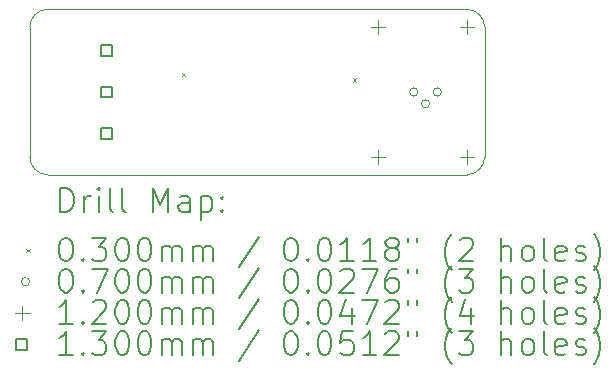
<source format=gbr>
%TF.GenerationSoftware,KiCad,Pcbnew,7.0.11-7.0.11~ubuntu22.04.1*%
%TF.CreationDate,2024-03-26T13:02:56+01:00*%
%TF.ProjectId,lasersender,6c617365-7273-4656-9e64-65722e6b6963,rev?*%
%TF.SameCoordinates,Original*%
%TF.FileFunction,Drillmap*%
%TF.FilePolarity,Positive*%
%FSLAX45Y45*%
G04 Gerber Fmt 4.5, Leading zero omitted, Abs format (unit mm)*
G04 Created by KiCad (PCBNEW 7.0.11-7.0.11~ubuntu22.04.1) date 2024-03-26 13:02:56*
%MOMM*%
%LPD*%
G01*
G04 APERTURE LIST*
%ADD10C,0.050000*%
%ADD11C,0.200000*%
%ADD12C,0.100000*%
%ADD13C,0.120000*%
%ADD14C,0.130000*%
G04 APERTURE END LIST*
D10*
X14650000Y-10050000D02*
X14650000Y-8950000D01*
X10950000Y-10200000D02*
X14500000Y-10200000D01*
X10800000Y-8950000D02*
X10800000Y-10050000D01*
X14500000Y-8800000D02*
X10950000Y-8800000D01*
X10950000Y-8800000D02*
G75*
G03*
X10800000Y-8950000I0J-150000D01*
G01*
X10800000Y-10050000D02*
G75*
G03*
X10950000Y-10200000I150000J0D01*
G01*
X14500000Y-10200000D02*
G75*
G03*
X14650000Y-10050000I0J150000D01*
G01*
X14650000Y-8950000D02*
G75*
G03*
X14500000Y-8800000I-150000J0D01*
G01*
D11*
D12*
X12085000Y-9335000D02*
X12115000Y-9365000D01*
X12115000Y-9335000D02*
X12085000Y-9365000D01*
X13535000Y-9385000D02*
X13565000Y-9415000D01*
X13565000Y-9385000D02*
X13535000Y-9415000D01*
X14085000Y-9500000D02*
G75*
G03*
X14015000Y-9500000I-35000J0D01*
G01*
X14015000Y-9500000D02*
G75*
G03*
X14085000Y-9500000I35000J0D01*
G01*
X14185000Y-9600000D02*
G75*
G03*
X14115000Y-9600000I-35000J0D01*
G01*
X14115000Y-9600000D02*
G75*
G03*
X14185000Y-9600000I35000J0D01*
G01*
X14285000Y-9500000D02*
G75*
G03*
X14215000Y-9500000I-35000J0D01*
G01*
X14215000Y-9500000D02*
G75*
G03*
X14285000Y-9500000I35000J0D01*
G01*
D13*
X13750000Y-8890000D02*
X13750000Y-9010000D01*
X13690000Y-8950000D02*
X13810000Y-8950000D01*
X13750000Y-9990000D02*
X13750000Y-10110000D01*
X13690000Y-10050000D02*
X13810000Y-10050000D01*
X14500000Y-8890000D02*
X14500000Y-9010000D01*
X14440000Y-8950000D02*
X14560000Y-8950000D01*
X14500000Y-9990000D02*
X14500000Y-10110000D01*
X14440000Y-10050000D02*
X14560000Y-10050000D01*
D14*
X11495962Y-9195962D02*
X11495962Y-9104038D01*
X11404038Y-9104038D01*
X11404038Y-9195962D01*
X11495962Y-9195962D01*
X11495962Y-9545962D02*
X11495962Y-9454038D01*
X11404038Y-9454038D01*
X11404038Y-9545962D01*
X11495962Y-9545962D01*
X11495962Y-9895962D02*
X11495962Y-9804038D01*
X11404038Y-9804038D01*
X11404038Y-9895962D01*
X11495962Y-9895962D01*
D11*
X11058277Y-10513984D02*
X11058277Y-10313984D01*
X11058277Y-10313984D02*
X11105896Y-10313984D01*
X11105896Y-10313984D02*
X11134467Y-10323508D01*
X11134467Y-10323508D02*
X11153515Y-10342555D01*
X11153515Y-10342555D02*
X11163039Y-10361603D01*
X11163039Y-10361603D02*
X11172563Y-10399698D01*
X11172563Y-10399698D02*
X11172563Y-10428270D01*
X11172563Y-10428270D02*
X11163039Y-10466365D01*
X11163039Y-10466365D02*
X11153515Y-10485412D01*
X11153515Y-10485412D02*
X11134467Y-10504460D01*
X11134467Y-10504460D02*
X11105896Y-10513984D01*
X11105896Y-10513984D02*
X11058277Y-10513984D01*
X11258277Y-10513984D02*
X11258277Y-10380650D01*
X11258277Y-10418746D02*
X11267801Y-10399698D01*
X11267801Y-10399698D02*
X11277324Y-10390174D01*
X11277324Y-10390174D02*
X11296372Y-10380650D01*
X11296372Y-10380650D02*
X11315420Y-10380650D01*
X11382086Y-10513984D02*
X11382086Y-10380650D01*
X11382086Y-10313984D02*
X11372562Y-10323508D01*
X11372562Y-10323508D02*
X11382086Y-10333031D01*
X11382086Y-10333031D02*
X11391610Y-10323508D01*
X11391610Y-10323508D02*
X11382086Y-10313984D01*
X11382086Y-10313984D02*
X11382086Y-10333031D01*
X11505896Y-10513984D02*
X11486848Y-10504460D01*
X11486848Y-10504460D02*
X11477324Y-10485412D01*
X11477324Y-10485412D02*
X11477324Y-10313984D01*
X11610658Y-10513984D02*
X11591610Y-10504460D01*
X11591610Y-10504460D02*
X11582086Y-10485412D01*
X11582086Y-10485412D02*
X11582086Y-10313984D01*
X11839229Y-10513984D02*
X11839229Y-10313984D01*
X11839229Y-10313984D02*
X11905896Y-10456841D01*
X11905896Y-10456841D02*
X11972562Y-10313984D01*
X11972562Y-10313984D02*
X11972562Y-10513984D01*
X12153515Y-10513984D02*
X12153515Y-10409222D01*
X12153515Y-10409222D02*
X12143991Y-10390174D01*
X12143991Y-10390174D02*
X12124943Y-10380650D01*
X12124943Y-10380650D02*
X12086848Y-10380650D01*
X12086848Y-10380650D02*
X12067801Y-10390174D01*
X12153515Y-10504460D02*
X12134467Y-10513984D01*
X12134467Y-10513984D02*
X12086848Y-10513984D01*
X12086848Y-10513984D02*
X12067801Y-10504460D01*
X12067801Y-10504460D02*
X12058277Y-10485412D01*
X12058277Y-10485412D02*
X12058277Y-10466365D01*
X12058277Y-10466365D02*
X12067801Y-10447317D01*
X12067801Y-10447317D02*
X12086848Y-10437793D01*
X12086848Y-10437793D02*
X12134467Y-10437793D01*
X12134467Y-10437793D02*
X12153515Y-10428270D01*
X12248753Y-10380650D02*
X12248753Y-10580650D01*
X12248753Y-10390174D02*
X12267801Y-10380650D01*
X12267801Y-10380650D02*
X12305896Y-10380650D01*
X12305896Y-10380650D02*
X12324943Y-10390174D01*
X12324943Y-10390174D02*
X12334467Y-10399698D01*
X12334467Y-10399698D02*
X12343991Y-10418746D01*
X12343991Y-10418746D02*
X12343991Y-10475889D01*
X12343991Y-10475889D02*
X12334467Y-10494936D01*
X12334467Y-10494936D02*
X12324943Y-10504460D01*
X12324943Y-10504460D02*
X12305896Y-10513984D01*
X12305896Y-10513984D02*
X12267801Y-10513984D01*
X12267801Y-10513984D02*
X12248753Y-10504460D01*
X12429705Y-10494936D02*
X12439229Y-10504460D01*
X12439229Y-10504460D02*
X12429705Y-10513984D01*
X12429705Y-10513984D02*
X12420182Y-10504460D01*
X12420182Y-10504460D02*
X12429705Y-10494936D01*
X12429705Y-10494936D02*
X12429705Y-10513984D01*
X12429705Y-10390174D02*
X12439229Y-10399698D01*
X12439229Y-10399698D02*
X12429705Y-10409222D01*
X12429705Y-10409222D02*
X12420182Y-10399698D01*
X12420182Y-10399698D02*
X12429705Y-10390174D01*
X12429705Y-10390174D02*
X12429705Y-10409222D01*
D12*
X10767500Y-10827500D02*
X10797500Y-10857500D01*
X10797500Y-10827500D02*
X10767500Y-10857500D01*
D11*
X11096372Y-10733984D02*
X11115420Y-10733984D01*
X11115420Y-10733984D02*
X11134467Y-10743508D01*
X11134467Y-10743508D02*
X11143991Y-10753031D01*
X11143991Y-10753031D02*
X11153515Y-10772079D01*
X11153515Y-10772079D02*
X11163039Y-10810174D01*
X11163039Y-10810174D02*
X11163039Y-10857793D01*
X11163039Y-10857793D02*
X11153515Y-10895889D01*
X11153515Y-10895889D02*
X11143991Y-10914936D01*
X11143991Y-10914936D02*
X11134467Y-10924460D01*
X11134467Y-10924460D02*
X11115420Y-10933984D01*
X11115420Y-10933984D02*
X11096372Y-10933984D01*
X11096372Y-10933984D02*
X11077324Y-10924460D01*
X11077324Y-10924460D02*
X11067801Y-10914936D01*
X11067801Y-10914936D02*
X11058277Y-10895889D01*
X11058277Y-10895889D02*
X11048753Y-10857793D01*
X11048753Y-10857793D02*
X11048753Y-10810174D01*
X11048753Y-10810174D02*
X11058277Y-10772079D01*
X11058277Y-10772079D02*
X11067801Y-10753031D01*
X11067801Y-10753031D02*
X11077324Y-10743508D01*
X11077324Y-10743508D02*
X11096372Y-10733984D01*
X11248753Y-10914936D02*
X11258277Y-10924460D01*
X11258277Y-10924460D02*
X11248753Y-10933984D01*
X11248753Y-10933984D02*
X11239229Y-10924460D01*
X11239229Y-10924460D02*
X11248753Y-10914936D01*
X11248753Y-10914936D02*
X11248753Y-10933984D01*
X11324943Y-10733984D02*
X11448753Y-10733984D01*
X11448753Y-10733984D02*
X11382086Y-10810174D01*
X11382086Y-10810174D02*
X11410658Y-10810174D01*
X11410658Y-10810174D02*
X11429705Y-10819698D01*
X11429705Y-10819698D02*
X11439229Y-10829222D01*
X11439229Y-10829222D02*
X11448753Y-10848270D01*
X11448753Y-10848270D02*
X11448753Y-10895889D01*
X11448753Y-10895889D02*
X11439229Y-10914936D01*
X11439229Y-10914936D02*
X11429705Y-10924460D01*
X11429705Y-10924460D02*
X11410658Y-10933984D01*
X11410658Y-10933984D02*
X11353515Y-10933984D01*
X11353515Y-10933984D02*
X11334467Y-10924460D01*
X11334467Y-10924460D02*
X11324943Y-10914936D01*
X11572562Y-10733984D02*
X11591610Y-10733984D01*
X11591610Y-10733984D02*
X11610658Y-10743508D01*
X11610658Y-10743508D02*
X11620182Y-10753031D01*
X11620182Y-10753031D02*
X11629705Y-10772079D01*
X11629705Y-10772079D02*
X11639229Y-10810174D01*
X11639229Y-10810174D02*
X11639229Y-10857793D01*
X11639229Y-10857793D02*
X11629705Y-10895889D01*
X11629705Y-10895889D02*
X11620182Y-10914936D01*
X11620182Y-10914936D02*
X11610658Y-10924460D01*
X11610658Y-10924460D02*
X11591610Y-10933984D01*
X11591610Y-10933984D02*
X11572562Y-10933984D01*
X11572562Y-10933984D02*
X11553515Y-10924460D01*
X11553515Y-10924460D02*
X11543991Y-10914936D01*
X11543991Y-10914936D02*
X11534467Y-10895889D01*
X11534467Y-10895889D02*
X11524943Y-10857793D01*
X11524943Y-10857793D02*
X11524943Y-10810174D01*
X11524943Y-10810174D02*
X11534467Y-10772079D01*
X11534467Y-10772079D02*
X11543991Y-10753031D01*
X11543991Y-10753031D02*
X11553515Y-10743508D01*
X11553515Y-10743508D02*
X11572562Y-10733984D01*
X11763039Y-10733984D02*
X11782086Y-10733984D01*
X11782086Y-10733984D02*
X11801134Y-10743508D01*
X11801134Y-10743508D02*
X11810658Y-10753031D01*
X11810658Y-10753031D02*
X11820182Y-10772079D01*
X11820182Y-10772079D02*
X11829705Y-10810174D01*
X11829705Y-10810174D02*
X11829705Y-10857793D01*
X11829705Y-10857793D02*
X11820182Y-10895889D01*
X11820182Y-10895889D02*
X11810658Y-10914936D01*
X11810658Y-10914936D02*
X11801134Y-10924460D01*
X11801134Y-10924460D02*
X11782086Y-10933984D01*
X11782086Y-10933984D02*
X11763039Y-10933984D01*
X11763039Y-10933984D02*
X11743991Y-10924460D01*
X11743991Y-10924460D02*
X11734467Y-10914936D01*
X11734467Y-10914936D02*
X11724943Y-10895889D01*
X11724943Y-10895889D02*
X11715420Y-10857793D01*
X11715420Y-10857793D02*
X11715420Y-10810174D01*
X11715420Y-10810174D02*
X11724943Y-10772079D01*
X11724943Y-10772079D02*
X11734467Y-10753031D01*
X11734467Y-10753031D02*
X11743991Y-10743508D01*
X11743991Y-10743508D02*
X11763039Y-10733984D01*
X11915420Y-10933984D02*
X11915420Y-10800650D01*
X11915420Y-10819698D02*
X11924943Y-10810174D01*
X11924943Y-10810174D02*
X11943991Y-10800650D01*
X11943991Y-10800650D02*
X11972563Y-10800650D01*
X11972563Y-10800650D02*
X11991610Y-10810174D01*
X11991610Y-10810174D02*
X12001134Y-10829222D01*
X12001134Y-10829222D02*
X12001134Y-10933984D01*
X12001134Y-10829222D02*
X12010658Y-10810174D01*
X12010658Y-10810174D02*
X12029705Y-10800650D01*
X12029705Y-10800650D02*
X12058277Y-10800650D01*
X12058277Y-10800650D02*
X12077324Y-10810174D01*
X12077324Y-10810174D02*
X12086848Y-10829222D01*
X12086848Y-10829222D02*
X12086848Y-10933984D01*
X12182086Y-10933984D02*
X12182086Y-10800650D01*
X12182086Y-10819698D02*
X12191610Y-10810174D01*
X12191610Y-10810174D02*
X12210658Y-10800650D01*
X12210658Y-10800650D02*
X12239229Y-10800650D01*
X12239229Y-10800650D02*
X12258277Y-10810174D01*
X12258277Y-10810174D02*
X12267801Y-10829222D01*
X12267801Y-10829222D02*
X12267801Y-10933984D01*
X12267801Y-10829222D02*
X12277324Y-10810174D01*
X12277324Y-10810174D02*
X12296372Y-10800650D01*
X12296372Y-10800650D02*
X12324943Y-10800650D01*
X12324943Y-10800650D02*
X12343991Y-10810174D01*
X12343991Y-10810174D02*
X12353515Y-10829222D01*
X12353515Y-10829222D02*
X12353515Y-10933984D01*
X12743991Y-10724460D02*
X12572563Y-10981603D01*
X13001134Y-10733984D02*
X13020182Y-10733984D01*
X13020182Y-10733984D02*
X13039229Y-10743508D01*
X13039229Y-10743508D02*
X13048753Y-10753031D01*
X13048753Y-10753031D02*
X13058277Y-10772079D01*
X13058277Y-10772079D02*
X13067801Y-10810174D01*
X13067801Y-10810174D02*
X13067801Y-10857793D01*
X13067801Y-10857793D02*
X13058277Y-10895889D01*
X13058277Y-10895889D02*
X13048753Y-10914936D01*
X13048753Y-10914936D02*
X13039229Y-10924460D01*
X13039229Y-10924460D02*
X13020182Y-10933984D01*
X13020182Y-10933984D02*
X13001134Y-10933984D01*
X13001134Y-10933984D02*
X12982086Y-10924460D01*
X12982086Y-10924460D02*
X12972563Y-10914936D01*
X12972563Y-10914936D02*
X12963039Y-10895889D01*
X12963039Y-10895889D02*
X12953515Y-10857793D01*
X12953515Y-10857793D02*
X12953515Y-10810174D01*
X12953515Y-10810174D02*
X12963039Y-10772079D01*
X12963039Y-10772079D02*
X12972563Y-10753031D01*
X12972563Y-10753031D02*
X12982086Y-10743508D01*
X12982086Y-10743508D02*
X13001134Y-10733984D01*
X13153515Y-10914936D02*
X13163039Y-10924460D01*
X13163039Y-10924460D02*
X13153515Y-10933984D01*
X13153515Y-10933984D02*
X13143991Y-10924460D01*
X13143991Y-10924460D02*
X13153515Y-10914936D01*
X13153515Y-10914936D02*
X13153515Y-10933984D01*
X13286848Y-10733984D02*
X13305896Y-10733984D01*
X13305896Y-10733984D02*
X13324944Y-10743508D01*
X13324944Y-10743508D02*
X13334467Y-10753031D01*
X13334467Y-10753031D02*
X13343991Y-10772079D01*
X13343991Y-10772079D02*
X13353515Y-10810174D01*
X13353515Y-10810174D02*
X13353515Y-10857793D01*
X13353515Y-10857793D02*
X13343991Y-10895889D01*
X13343991Y-10895889D02*
X13334467Y-10914936D01*
X13334467Y-10914936D02*
X13324944Y-10924460D01*
X13324944Y-10924460D02*
X13305896Y-10933984D01*
X13305896Y-10933984D02*
X13286848Y-10933984D01*
X13286848Y-10933984D02*
X13267801Y-10924460D01*
X13267801Y-10924460D02*
X13258277Y-10914936D01*
X13258277Y-10914936D02*
X13248753Y-10895889D01*
X13248753Y-10895889D02*
X13239229Y-10857793D01*
X13239229Y-10857793D02*
X13239229Y-10810174D01*
X13239229Y-10810174D02*
X13248753Y-10772079D01*
X13248753Y-10772079D02*
X13258277Y-10753031D01*
X13258277Y-10753031D02*
X13267801Y-10743508D01*
X13267801Y-10743508D02*
X13286848Y-10733984D01*
X13543991Y-10933984D02*
X13429706Y-10933984D01*
X13486848Y-10933984D02*
X13486848Y-10733984D01*
X13486848Y-10733984D02*
X13467801Y-10762555D01*
X13467801Y-10762555D02*
X13448753Y-10781603D01*
X13448753Y-10781603D02*
X13429706Y-10791127D01*
X13734467Y-10933984D02*
X13620182Y-10933984D01*
X13677325Y-10933984D02*
X13677325Y-10733984D01*
X13677325Y-10733984D02*
X13658277Y-10762555D01*
X13658277Y-10762555D02*
X13639229Y-10781603D01*
X13639229Y-10781603D02*
X13620182Y-10791127D01*
X13848753Y-10819698D02*
X13829706Y-10810174D01*
X13829706Y-10810174D02*
X13820182Y-10800650D01*
X13820182Y-10800650D02*
X13810658Y-10781603D01*
X13810658Y-10781603D02*
X13810658Y-10772079D01*
X13810658Y-10772079D02*
X13820182Y-10753031D01*
X13820182Y-10753031D02*
X13829706Y-10743508D01*
X13829706Y-10743508D02*
X13848753Y-10733984D01*
X13848753Y-10733984D02*
X13886848Y-10733984D01*
X13886848Y-10733984D02*
X13905896Y-10743508D01*
X13905896Y-10743508D02*
X13915420Y-10753031D01*
X13915420Y-10753031D02*
X13924944Y-10772079D01*
X13924944Y-10772079D02*
X13924944Y-10781603D01*
X13924944Y-10781603D02*
X13915420Y-10800650D01*
X13915420Y-10800650D02*
X13905896Y-10810174D01*
X13905896Y-10810174D02*
X13886848Y-10819698D01*
X13886848Y-10819698D02*
X13848753Y-10819698D01*
X13848753Y-10819698D02*
X13829706Y-10829222D01*
X13829706Y-10829222D02*
X13820182Y-10838746D01*
X13820182Y-10838746D02*
X13810658Y-10857793D01*
X13810658Y-10857793D02*
X13810658Y-10895889D01*
X13810658Y-10895889D02*
X13820182Y-10914936D01*
X13820182Y-10914936D02*
X13829706Y-10924460D01*
X13829706Y-10924460D02*
X13848753Y-10933984D01*
X13848753Y-10933984D02*
X13886848Y-10933984D01*
X13886848Y-10933984D02*
X13905896Y-10924460D01*
X13905896Y-10924460D02*
X13915420Y-10914936D01*
X13915420Y-10914936D02*
X13924944Y-10895889D01*
X13924944Y-10895889D02*
X13924944Y-10857793D01*
X13924944Y-10857793D02*
X13915420Y-10838746D01*
X13915420Y-10838746D02*
X13905896Y-10829222D01*
X13905896Y-10829222D02*
X13886848Y-10819698D01*
X14001134Y-10733984D02*
X14001134Y-10772079D01*
X14077325Y-10733984D02*
X14077325Y-10772079D01*
X14372563Y-11010174D02*
X14363039Y-11000650D01*
X14363039Y-11000650D02*
X14343991Y-10972079D01*
X14343991Y-10972079D02*
X14334468Y-10953031D01*
X14334468Y-10953031D02*
X14324944Y-10924460D01*
X14324944Y-10924460D02*
X14315420Y-10876841D01*
X14315420Y-10876841D02*
X14315420Y-10838746D01*
X14315420Y-10838746D02*
X14324944Y-10791127D01*
X14324944Y-10791127D02*
X14334468Y-10762555D01*
X14334468Y-10762555D02*
X14343991Y-10743508D01*
X14343991Y-10743508D02*
X14363039Y-10714936D01*
X14363039Y-10714936D02*
X14372563Y-10705412D01*
X14439229Y-10753031D02*
X14448753Y-10743508D01*
X14448753Y-10743508D02*
X14467801Y-10733984D01*
X14467801Y-10733984D02*
X14515420Y-10733984D01*
X14515420Y-10733984D02*
X14534468Y-10743508D01*
X14534468Y-10743508D02*
X14543991Y-10753031D01*
X14543991Y-10753031D02*
X14553515Y-10772079D01*
X14553515Y-10772079D02*
X14553515Y-10791127D01*
X14553515Y-10791127D02*
X14543991Y-10819698D01*
X14543991Y-10819698D02*
X14429706Y-10933984D01*
X14429706Y-10933984D02*
X14553515Y-10933984D01*
X14791610Y-10933984D02*
X14791610Y-10733984D01*
X14877325Y-10933984D02*
X14877325Y-10829222D01*
X14877325Y-10829222D02*
X14867801Y-10810174D01*
X14867801Y-10810174D02*
X14848753Y-10800650D01*
X14848753Y-10800650D02*
X14820182Y-10800650D01*
X14820182Y-10800650D02*
X14801134Y-10810174D01*
X14801134Y-10810174D02*
X14791610Y-10819698D01*
X15001134Y-10933984D02*
X14982087Y-10924460D01*
X14982087Y-10924460D02*
X14972563Y-10914936D01*
X14972563Y-10914936D02*
X14963039Y-10895889D01*
X14963039Y-10895889D02*
X14963039Y-10838746D01*
X14963039Y-10838746D02*
X14972563Y-10819698D01*
X14972563Y-10819698D02*
X14982087Y-10810174D01*
X14982087Y-10810174D02*
X15001134Y-10800650D01*
X15001134Y-10800650D02*
X15029706Y-10800650D01*
X15029706Y-10800650D02*
X15048753Y-10810174D01*
X15048753Y-10810174D02*
X15058277Y-10819698D01*
X15058277Y-10819698D02*
X15067801Y-10838746D01*
X15067801Y-10838746D02*
X15067801Y-10895889D01*
X15067801Y-10895889D02*
X15058277Y-10914936D01*
X15058277Y-10914936D02*
X15048753Y-10924460D01*
X15048753Y-10924460D02*
X15029706Y-10933984D01*
X15029706Y-10933984D02*
X15001134Y-10933984D01*
X15182087Y-10933984D02*
X15163039Y-10924460D01*
X15163039Y-10924460D02*
X15153515Y-10905412D01*
X15153515Y-10905412D02*
X15153515Y-10733984D01*
X15334468Y-10924460D02*
X15315420Y-10933984D01*
X15315420Y-10933984D02*
X15277325Y-10933984D01*
X15277325Y-10933984D02*
X15258277Y-10924460D01*
X15258277Y-10924460D02*
X15248753Y-10905412D01*
X15248753Y-10905412D02*
X15248753Y-10829222D01*
X15248753Y-10829222D02*
X15258277Y-10810174D01*
X15258277Y-10810174D02*
X15277325Y-10800650D01*
X15277325Y-10800650D02*
X15315420Y-10800650D01*
X15315420Y-10800650D02*
X15334468Y-10810174D01*
X15334468Y-10810174D02*
X15343991Y-10829222D01*
X15343991Y-10829222D02*
X15343991Y-10848270D01*
X15343991Y-10848270D02*
X15248753Y-10867317D01*
X15420182Y-10924460D02*
X15439230Y-10933984D01*
X15439230Y-10933984D02*
X15477325Y-10933984D01*
X15477325Y-10933984D02*
X15496372Y-10924460D01*
X15496372Y-10924460D02*
X15505896Y-10905412D01*
X15505896Y-10905412D02*
X15505896Y-10895889D01*
X15505896Y-10895889D02*
X15496372Y-10876841D01*
X15496372Y-10876841D02*
X15477325Y-10867317D01*
X15477325Y-10867317D02*
X15448753Y-10867317D01*
X15448753Y-10867317D02*
X15429706Y-10857793D01*
X15429706Y-10857793D02*
X15420182Y-10838746D01*
X15420182Y-10838746D02*
X15420182Y-10829222D01*
X15420182Y-10829222D02*
X15429706Y-10810174D01*
X15429706Y-10810174D02*
X15448753Y-10800650D01*
X15448753Y-10800650D02*
X15477325Y-10800650D01*
X15477325Y-10800650D02*
X15496372Y-10810174D01*
X15572563Y-11010174D02*
X15582087Y-11000650D01*
X15582087Y-11000650D02*
X15601134Y-10972079D01*
X15601134Y-10972079D02*
X15610658Y-10953031D01*
X15610658Y-10953031D02*
X15620182Y-10924460D01*
X15620182Y-10924460D02*
X15629706Y-10876841D01*
X15629706Y-10876841D02*
X15629706Y-10838746D01*
X15629706Y-10838746D02*
X15620182Y-10791127D01*
X15620182Y-10791127D02*
X15610658Y-10762555D01*
X15610658Y-10762555D02*
X15601134Y-10743508D01*
X15601134Y-10743508D02*
X15582087Y-10714936D01*
X15582087Y-10714936D02*
X15572563Y-10705412D01*
D12*
X10797500Y-11106500D02*
G75*
G03*
X10727500Y-11106500I-35000J0D01*
G01*
X10727500Y-11106500D02*
G75*
G03*
X10797500Y-11106500I35000J0D01*
G01*
D11*
X11096372Y-10997984D02*
X11115420Y-10997984D01*
X11115420Y-10997984D02*
X11134467Y-11007508D01*
X11134467Y-11007508D02*
X11143991Y-11017031D01*
X11143991Y-11017031D02*
X11153515Y-11036079D01*
X11153515Y-11036079D02*
X11163039Y-11074174D01*
X11163039Y-11074174D02*
X11163039Y-11121793D01*
X11163039Y-11121793D02*
X11153515Y-11159889D01*
X11153515Y-11159889D02*
X11143991Y-11178936D01*
X11143991Y-11178936D02*
X11134467Y-11188460D01*
X11134467Y-11188460D02*
X11115420Y-11197984D01*
X11115420Y-11197984D02*
X11096372Y-11197984D01*
X11096372Y-11197984D02*
X11077324Y-11188460D01*
X11077324Y-11188460D02*
X11067801Y-11178936D01*
X11067801Y-11178936D02*
X11058277Y-11159889D01*
X11058277Y-11159889D02*
X11048753Y-11121793D01*
X11048753Y-11121793D02*
X11048753Y-11074174D01*
X11048753Y-11074174D02*
X11058277Y-11036079D01*
X11058277Y-11036079D02*
X11067801Y-11017031D01*
X11067801Y-11017031D02*
X11077324Y-11007508D01*
X11077324Y-11007508D02*
X11096372Y-10997984D01*
X11248753Y-11178936D02*
X11258277Y-11188460D01*
X11258277Y-11188460D02*
X11248753Y-11197984D01*
X11248753Y-11197984D02*
X11239229Y-11188460D01*
X11239229Y-11188460D02*
X11248753Y-11178936D01*
X11248753Y-11178936D02*
X11248753Y-11197984D01*
X11324943Y-10997984D02*
X11458277Y-10997984D01*
X11458277Y-10997984D02*
X11372562Y-11197984D01*
X11572562Y-10997984D02*
X11591610Y-10997984D01*
X11591610Y-10997984D02*
X11610658Y-11007508D01*
X11610658Y-11007508D02*
X11620182Y-11017031D01*
X11620182Y-11017031D02*
X11629705Y-11036079D01*
X11629705Y-11036079D02*
X11639229Y-11074174D01*
X11639229Y-11074174D02*
X11639229Y-11121793D01*
X11639229Y-11121793D02*
X11629705Y-11159889D01*
X11629705Y-11159889D02*
X11620182Y-11178936D01*
X11620182Y-11178936D02*
X11610658Y-11188460D01*
X11610658Y-11188460D02*
X11591610Y-11197984D01*
X11591610Y-11197984D02*
X11572562Y-11197984D01*
X11572562Y-11197984D02*
X11553515Y-11188460D01*
X11553515Y-11188460D02*
X11543991Y-11178936D01*
X11543991Y-11178936D02*
X11534467Y-11159889D01*
X11534467Y-11159889D02*
X11524943Y-11121793D01*
X11524943Y-11121793D02*
X11524943Y-11074174D01*
X11524943Y-11074174D02*
X11534467Y-11036079D01*
X11534467Y-11036079D02*
X11543991Y-11017031D01*
X11543991Y-11017031D02*
X11553515Y-11007508D01*
X11553515Y-11007508D02*
X11572562Y-10997984D01*
X11763039Y-10997984D02*
X11782086Y-10997984D01*
X11782086Y-10997984D02*
X11801134Y-11007508D01*
X11801134Y-11007508D02*
X11810658Y-11017031D01*
X11810658Y-11017031D02*
X11820182Y-11036079D01*
X11820182Y-11036079D02*
X11829705Y-11074174D01*
X11829705Y-11074174D02*
X11829705Y-11121793D01*
X11829705Y-11121793D02*
X11820182Y-11159889D01*
X11820182Y-11159889D02*
X11810658Y-11178936D01*
X11810658Y-11178936D02*
X11801134Y-11188460D01*
X11801134Y-11188460D02*
X11782086Y-11197984D01*
X11782086Y-11197984D02*
X11763039Y-11197984D01*
X11763039Y-11197984D02*
X11743991Y-11188460D01*
X11743991Y-11188460D02*
X11734467Y-11178936D01*
X11734467Y-11178936D02*
X11724943Y-11159889D01*
X11724943Y-11159889D02*
X11715420Y-11121793D01*
X11715420Y-11121793D02*
X11715420Y-11074174D01*
X11715420Y-11074174D02*
X11724943Y-11036079D01*
X11724943Y-11036079D02*
X11734467Y-11017031D01*
X11734467Y-11017031D02*
X11743991Y-11007508D01*
X11743991Y-11007508D02*
X11763039Y-10997984D01*
X11915420Y-11197984D02*
X11915420Y-11064650D01*
X11915420Y-11083698D02*
X11924943Y-11074174D01*
X11924943Y-11074174D02*
X11943991Y-11064650D01*
X11943991Y-11064650D02*
X11972563Y-11064650D01*
X11972563Y-11064650D02*
X11991610Y-11074174D01*
X11991610Y-11074174D02*
X12001134Y-11093222D01*
X12001134Y-11093222D02*
X12001134Y-11197984D01*
X12001134Y-11093222D02*
X12010658Y-11074174D01*
X12010658Y-11074174D02*
X12029705Y-11064650D01*
X12029705Y-11064650D02*
X12058277Y-11064650D01*
X12058277Y-11064650D02*
X12077324Y-11074174D01*
X12077324Y-11074174D02*
X12086848Y-11093222D01*
X12086848Y-11093222D02*
X12086848Y-11197984D01*
X12182086Y-11197984D02*
X12182086Y-11064650D01*
X12182086Y-11083698D02*
X12191610Y-11074174D01*
X12191610Y-11074174D02*
X12210658Y-11064650D01*
X12210658Y-11064650D02*
X12239229Y-11064650D01*
X12239229Y-11064650D02*
X12258277Y-11074174D01*
X12258277Y-11074174D02*
X12267801Y-11093222D01*
X12267801Y-11093222D02*
X12267801Y-11197984D01*
X12267801Y-11093222D02*
X12277324Y-11074174D01*
X12277324Y-11074174D02*
X12296372Y-11064650D01*
X12296372Y-11064650D02*
X12324943Y-11064650D01*
X12324943Y-11064650D02*
X12343991Y-11074174D01*
X12343991Y-11074174D02*
X12353515Y-11093222D01*
X12353515Y-11093222D02*
X12353515Y-11197984D01*
X12743991Y-10988460D02*
X12572563Y-11245603D01*
X13001134Y-10997984D02*
X13020182Y-10997984D01*
X13020182Y-10997984D02*
X13039229Y-11007508D01*
X13039229Y-11007508D02*
X13048753Y-11017031D01*
X13048753Y-11017031D02*
X13058277Y-11036079D01*
X13058277Y-11036079D02*
X13067801Y-11074174D01*
X13067801Y-11074174D02*
X13067801Y-11121793D01*
X13067801Y-11121793D02*
X13058277Y-11159889D01*
X13058277Y-11159889D02*
X13048753Y-11178936D01*
X13048753Y-11178936D02*
X13039229Y-11188460D01*
X13039229Y-11188460D02*
X13020182Y-11197984D01*
X13020182Y-11197984D02*
X13001134Y-11197984D01*
X13001134Y-11197984D02*
X12982086Y-11188460D01*
X12982086Y-11188460D02*
X12972563Y-11178936D01*
X12972563Y-11178936D02*
X12963039Y-11159889D01*
X12963039Y-11159889D02*
X12953515Y-11121793D01*
X12953515Y-11121793D02*
X12953515Y-11074174D01*
X12953515Y-11074174D02*
X12963039Y-11036079D01*
X12963039Y-11036079D02*
X12972563Y-11017031D01*
X12972563Y-11017031D02*
X12982086Y-11007508D01*
X12982086Y-11007508D02*
X13001134Y-10997984D01*
X13153515Y-11178936D02*
X13163039Y-11188460D01*
X13163039Y-11188460D02*
X13153515Y-11197984D01*
X13153515Y-11197984D02*
X13143991Y-11188460D01*
X13143991Y-11188460D02*
X13153515Y-11178936D01*
X13153515Y-11178936D02*
X13153515Y-11197984D01*
X13286848Y-10997984D02*
X13305896Y-10997984D01*
X13305896Y-10997984D02*
X13324944Y-11007508D01*
X13324944Y-11007508D02*
X13334467Y-11017031D01*
X13334467Y-11017031D02*
X13343991Y-11036079D01*
X13343991Y-11036079D02*
X13353515Y-11074174D01*
X13353515Y-11074174D02*
X13353515Y-11121793D01*
X13353515Y-11121793D02*
X13343991Y-11159889D01*
X13343991Y-11159889D02*
X13334467Y-11178936D01*
X13334467Y-11178936D02*
X13324944Y-11188460D01*
X13324944Y-11188460D02*
X13305896Y-11197984D01*
X13305896Y-11197984D02*
X13286848Y-11197984D01*
X13286848Y-11197984D02*
X13267801Y-11188460D01*
X13267801Y-11188460D02*
X13258277Y-11178936D01*
X13258277Y-11178936D02*
X13248753Y-11159889D01*
X13248753Y-11159889D02*
X13239229Y-11121793D01*
X13239229Y-11121793D02*
X13239229Y-11074174D01*
X13239229Y-11074174D02*
X13248753Y-11036079D01*
X13248753Y-11036079D02*
X13258277Y-11017031D01*
X13258277Y-11017031D02*
X13267801Y-11007508D01*
X13267801Y-11007508D02*
X13286848Y-10997984D01*
X13429706Y-11017031D02*
X13439229Y-11007508D01*
X13439229Y-11007508D02*
X13458277Y-10997984D01*
X13458277Y-10997984D02*
X13505896Y-10997984D01*
X13505896Y-10997984D02*
X13524944Y-11007508D01*
X13524944Y-11007508D02*
X13534467Y-11017031D01*
X13534467Y-11017031D02*
X13543991Y-11036079D01*
X13543991Y-11036079D02*
X13543991Y-11055127D01*
X13543991Y-11055127D02*
X13534467Y-11083698D01*
X13534467Y-11083698D02*
X13420182Y-11197984D01*
X13420182Y-11197984D02*
X13543991Y-11197984D01*
X13610658Y-10997984D02*
X13743991Y-10997984D01*
X13743991Y-10997984D02*
X13658277Y-11197984D01*
X13905896Y-10997984D02*
X13867801Y-10997984D01*
X13867801Y-10997984D02*
X13848753Y-11007508D01*
X13848753Y-11007508D02*
X13839229Y-11017031D01*
X13839229Y-11017031D02*
X13820182Y-11045603D01*
X13820182Y-11045603D02*
X13810658Y-11083698D01*
X13810658Y-11083698D02*
X13810658Y-11159889D01*
X13810658Y-11159889D02*
X13820182Y-11178936D01*
X13820182Y-11178936D02*
X13829706Y-11188460D01*
X13829706Y-11188460D02*
X13848753Y-11197984D01*
X13848753Y-11197984D02*
X13886848Y-11197984D01*
X13886848Y-11197984D02*
X13905896Y-11188460D01*
X13905896Y-11188460D02*
X13915420Y-11178936D01*
X13915420Y-11178936D02*
X13924944Y-11159889D01*
X13924944Y-11159889D02*
X13924944Y-11112270D01*
X13924944Y-11112270D02*
X13915420Y-11093222D01*
X13915420Y-11093222D02*
X13905896Y-11083698D01*
X13905896Y-11083698D02*
X13886848Y-11074174D01*
X13886848Y-11074174D02*
X13848753Y-11074174D01*
X13848753Y-11074174D02*
X13829706Y-11083698D01*
X13829706Y-11083698D02*
X13820182Y-11093222D01*
X13820182Y-11093222D02*
X13810658Y-11112270D01*
X14001134Y-10997984D02*
X14001134Y-11036079D01*
X14077325Y-10997984D02*
X14077325Y-11036079D01*
X14372563Y-11274174D02*
X14363039Y-11264650D01*
X14363039Y-11264650D02*
X14343991Y-11236079D01*
X14343991Y-11236079D02*
X14334468Y-11217031D01*
X14334468Y-11217031D02*
X14324944Y-11188460D01*
X14324944Y-11188460D02*
X14315420Y-11140841D01*
X14315420Y-11140841D02*
X14315420Y-11102746D01*
X14315420Y-11102746D02*
X14324944Y-11055127D01*
X14324944Y-11055127D02*
X14334468Y-11026555D01*
X14334468Y-11026555D02*
X14343991Y-11007508D01*
X14343991Y-11007508D02*
X14363039Y-10978936D01*
X14363039Y-10978936D02*
X14372563Y-10969412D01*
X14429706Y-10997984D02*
X14553515Y-10997984D01*
X14553515Y-10997984D02*
X14486848Y-11074174D01*
X14486848Y-11074174D02*
X14515420Y-11074174D01*
X14515420Y-11074174D02*
X14534468Y-11083698D01*
X14534468Y-11083698D02*
X14543991Y-11093222D01*
X14543991Y-11093222D02*
X14553515Y-11112270D01*
X14553515Y-11112270D02*
X14553515Y-11159889D01*
X14553515Y-11159889D02*
X14543991Y-11178936D01*
X14543991Y-11178936D02*
X14534468Y-11188460D01*
X14534468Y-11188460D02*
X14515420Y-11197984D01*
X14515420Y-11197984D02*
X14458277Y-11197984D01*
X14458277Y-11197984D02*
X14439229Y-11188460D01*
X14439229Y-11188460D02*
X14429706Y-11178936D01*
X14791610Y-11197984D02*
X14791610Y-10997984D01*
X14877325Y-11197984D02*
X14877325Y-11093222D01*
X14877325Y-11093222D02*
X14867801Y-11074174D01*
X14867801Y-11074174D02*
X14848753Y-11064650D01*
X14848753Y-11064650D02*
X14820182Y-11064650D01*
X14820182Y-11064650D02*
X14801134Y-11074174D01*
X14801134Y-11074174D02*
X14791610Y-11083698D01*
X15001134Y-11197984D02*
X14982087Y-11188460D01*
X14982087Y-11188460D02*
X14972563Y-11178936D01*
X14972563Y-11178936D02*
X14963039Y-11159889D01*
X14963039Y-11159889D02*
X14963039Y-11102746D01*
X14963039Y-11102746D02*
X14972563Y-11083698D01*
X14972563Y-11083698D02*
X14982087Y-11074174D01*
X14982087Y-11074174D02*
X15001134Y-11064650D01*
X15001134Y-11064650D02*
X15029706Y-11064650D01*
X15029706Y-11064650D02*
X15048753Y-11074174D01*
X15048753Y-11074174D02*
X15058277Y-11083698D01*
X15058277Y-11083698D02*
X15067801Y-11102746D01*
X15067801Y-11102746D02*
X15067801Y-11159889D01*
X15067801Y-11159889D02*
X15058277Y-11178936D01*
X15058277Y-11178936D02*
X15048753Y-11188460D01*
X15048753Y-11188460D02*
X15029706Y-11197984D01*
X15029706Y-11197984D02*
X15001134Y-11197984D01*
X15182087Y-11197984D02*
X15163039Y-11188460D01*
X15163039Y-11188460D02*
X15153515Y-11169412D01*
X15153515Y-11169412D02*
X15153515Y-10997984D01*
X15334468Y-11188460D02*
X15315420Y-11197984D01*
X15315420Y-11197984D02*
X15277325Y-11197984D01*
X15277325Y-11197984D02*
X15258277Y-11188460D01*
X15258277Y-11188460D02*
X15248753Y-11169412D01*
X15248753Y-11169412D02*
X15248753Y-11093222D01*
X15248753Y-11093222D02*
X15258277Y-11074174D01*
X15258277Y-11074174D02*
X15277325Y-11064650D01*
X15277325Y-11064650D02*
X15315420Y-11064650D01*
X15315420Y-11064650D02*
X15334468Y-11074174D01*
X15334468Y-11074174D02*
X15343991Y-11093222D01*
X15343991Y-11093222D02*
X15343991Y-11112270D01*
X15343991Y-11112270D02*
X15248753Y-11131317D01*
X15420182Y-11188460D02*
X15439230Y-11197984D01*
X15439230Y-11197984D02*
X15477325Y-11197984D01*
X15477325Y-11197984D02*
X15496372Y-11188460D01*
X15496372Y-11188460D02*
X15505896Y-11169412D01*
X15505896Y-11169412D02*
X15505896Y-11159889D01*
X15505896Y-11159889D02*
X15496372Y-11140841D01*
X15496372Y-11140841D02*
X15477325Y-11131317D01*
X15477325Y-11131317D02*
X15448753Y-11131317D01*
X15448753Y-11131317D02*
X15429706Y-11121793D01*
X15429706Y-11121793D02*
X15420182Y-11102746D01*
X15420182Y-11102746D02*
X15420182Y-11093222D01*
X15420182Y-11093222D02*
X15429706Y-11074174D01*
X15429706Y-11074174D02*
X15448753Y-11064650D01*
X15448753Y-11064650D02*
X15477325Y-11064650D01*
X15477325Y-11064650D02*
X15496372Y-11074174D01*
X15572563Y-11274174D02*
X15582087Y-11264650D01*
X15582087Y-11264650D02*
X15601134Y-11236079D01*
X15601134Y-11236079D02*
X15610658Y-11217031D01*
X15610658Y-11217031D02*
X15620182Y-11188460D01*
X15620182Y-11188460D02*
X15629706Y-11140841D01*
X15629706Y-11140841D02*
X15629706Y-11102746D01*
X15629706Y-11102746D02*
X15620182Y-11055127D01*
X15620182Y-11055127D02*
X15610658Y-11026555D01*
X15610658Y-11026555D02*
X15601134Y-11007508D01*
X15601134Y-11007508D02*
X15582087Y-10978936D01*
X15582087Y-10978936D02*
X15572563Y-10969412D01*
D13*
X10737500Y-11310500D02*
X10737500Y-11430500D01*
X10677500Y-11370500D02*
X10797500Y-11370500D01*
D11*
X11163039Y-11461984D02*
X11048753Y-11461984D01*
X11105896Y-11461984D02*
X11105896Y-11261984D01*
X11105896Y-11261984D02*
X11086848Y-11290555D01*
X11086848Y-11290555D02*
X11067801Y-11309603D01*
X11067801Y-11309603D02*
X11048753Y-11319127D01*
X11248753Y-11442936D02*
X11258277Y-11452460D01*
X11258277Y-11452460D02*
X11248753Y-11461984D01*
X11248753Y-11461984D02*
X11239229Y-11452460D01*
X11239229Y-11452460D02*
X11248753Y-11442936D01*
X11248753Y-11442936D02*
X11248753Y-11461984D01*
X11334467Y-11281031D02*
X11343991Y-11271508D01*
X11343991Y-11271508D02*
X11363039Y-11261984D01*
X11363039Y-11261984D02*
X11410658Y-11261984D01*
X11410658Y-11261984D02*
X11429705Y-11271508D01*
X11429705Y-11271508D02*
X11439229Y-11281031D01*
X11439229Y-11281031D02*
X11448753Y-11300079D01*
X11448753Y-11300079D02*
X11448753Y-11319127D01*
X11448753Y-11319127D02*
X11439229Y-11347698D01*
X11439229Y-11347698D02*
X11324943Y-11461984D01*
X11324943Y-11461984D02*
X11448753Y-11461984D01*
X11572562Y-11261984D02*
X11591610Y-11261984D01*
X11591610Y-11261984D02*
X11610658Y-11271508D01*
X11610658Y-11271508D02*
X11620182Y-11281031D01*
X11620182Y-11281031D02*
X11629705Y-11300079D01*
X11629705Y-11300079D02*
X11639229Y-11338174D01*
X11639229Y-11338174D02*
X11639229Y-11385793D01*
X11639229Y-11385793D02*
X11629705Y-11423888D01*
X11629705Y-11423888D02*
X11620182Y-11442936D01*
X11620182Y-11442936D02*
X11610658Y-11452460D01*
X11610658Y-11452460D02*
X11591610Y-11461984D01*
X11591610Y-11461984D02*
X11572562Y-11461984D01*
X11572562Y-11461984D02*
X11553515Y-11452460D01*
X11553515Y-11452460D02*
X11543991Y-11442936D01*
X11543991Y-11442936D02*
X11534467Y-11423888D01*
X11534467Y-11423888D02*
X11524943Y-11385793D01*
X11524943Y-11385793D02*
X11524943Y-11338174D01*
X11524943Y-11338174D02*
X11534467Y-11300079D01*
X11534467Y-11300079D02*
X11543991Y-11281031D01*
X11543991Y-11281031D02*
X11553515Y-11271508D01*
X11553515Y-11271508D02*
X11572562Y-11261984D01*
X11763039Y-11261984D02*
X11782086Y-11261984D01*
X11782086Y-11261984D02*
X11801134Y-11271508D01*
X11801134Y-11271508D02*
X11810658Y-11281031D01*
X11810658Y-11281031D02*
X11820182Y-11300079D01*
X11820182Y-11300079D02*
X11829705Y-11338174D01*
X11829705Y-11338174D02*
X11829705Y-11385793D01*
X11829705Y-11385793D02*
X11820182Y-11423888D01*
X11820182Y-11423888D02*
X11810658Y-11442936D01*
X11810658Y-11442936D02*
X11801134Y-11452460D01*
X11801134Y-11452460D02*
X11782086Y-11461984D01*
X11782086Y-11461984D02*
X11763039Y-11461984D01*
X11763039Y-11461984D02*
X11743991Y-11452460D01*
X11743991Y-11452460D02*
X11734467Y-11442936D01*
X11734467Y-11442936D02*
X11724943Y-11423888D01*
X11724943Y-11423888D02*
X11715420Y-11385793D01*
X11715420Y-11385793D02*
X11715420Y-11338174D01*
X11715420Y-11338174D02*
X11724943Y-11300079D01*
X11724943Y-11300079D02*
X11734467Y-11281031D01*
X11734467Y-11281031D02*
X11743991Y-11271508D01*
X11743991Y-11271508D02*
X11763039Y-11261984D01*
X11915420Y-11461984D02*
X11915420Y-11328650D01*
X11915420Y-11347698D02*
X11924943Y-11338174D01*
X11924943Y-11338174D02*
X11943991Y-11328650D01*
X11943991Y-11328650D02*
X11972563Y-11328650D01*
X11972563Y-11328650D02*
X11991610Y-11338174D01*
X11991610Y-11338174D02*
X12001134Y-11357222D01*
X12001134Y-11357222D02*
X12001134Y-11461984D01*
X12001134Y-11357222D02*
X12010658Y-11338174D01*
X12010658Y-11338174D02*
X12029705Y-11328650D01*
X12029705Y-11328650D02*
X12058277Y-11328650D01*
X12058277Y-11328650D02*
X12077324Y-11338174D01*
X12077324Y-11338174D02*
X12086848Y-11357222D01*
X12086848Y-11357222D02*
X12086848Y-11461984D01*
X12182086Y-11461984D02*
X12182086Y-11328650D01*
X12182086Y-11347698D02*
X12191610Y-11338174D01*
X12191610Y-11338174D02*
X12210658Y-11328650D01*
X12210658Y-11328650D02*
X12239229Y-11328650D01*
X12239229Y-11328650D02*
X12258277Y-11338174D01*
X12258277Y-11338174D02*
X12267801Y-11357222D01*
X12267801Y-11357222D02*
X12267801Y-11461984D01*
X12267801Y-11357222D02*
X12277324Y-11338174D01*
X12277324Y-11338174D02*
X12296372Y-11328650D01*
X12296372Y-11328650D02*
X12324943Y-11328650D01*
X12324943Y-11328650D02*
X12343991Y-11338174D01*
X12343991Y-11338174D02*
X12353515Y-11357222D01*
X12353515Y-11357222D02*
X12353515Y-11461984D01*
X12743991Y-11252460D02*
X12572563Y-11509603D01*
X13001134Y-11261984D02*
X13020182Y-11261984D01*
X13020182Y-11261984D02*
X13039229Y-11271508D01*
X13039229Y-11271508D02*
X13048753Y-11281031D01*
X13048753Y-11281031D02*
X13058277Y-11300079D01*
X13058277Y-11300079D02*
X13067801Y-11338174D01*
X13067801Y-11338174D02*
X13067801Y-11385793D01*
X13067801Y-11385793D02*
X13058277Y-11423888D01*
X13058277Y-11423888D02*
X13048753Y-11442936D01*
X13048753Y-11442936D02*
X13039229Y-11452460D01*
X13039229Y-11452460D02*
X13020182Y-11461984D01*
X13020182Y-11461984D02*
X13001134Y-11461984D01*
X13001134Y-11461984D02*
X12982086Y-11452460D01*
X12982086Y-11452460D02*
X12972563Y-11442936D01*
X12972563Y-11442936D02*
X12963039Y-11423888D01*
X12963039Y-11423888D02*
X12953515Y-11385793D01*
X12953515Y-11385793D02*
X12953515Y-11338174D01*
X12953515Y-11338174D02*
X12963039Y-11300079D01*
X12963039Y-11300079D02*
X12972563Y-11281031D01*
X12972563Y-11281031D02*
X12982086Y-11271508D01*
X12982086Y-11271508D02*
X13001134Y-11261984D01*
X13153515Y-11442936D02*
X13163039Y-11452460D01*
X13163039Y-11452460D02*
X13153515Y-11461984D01*
X13153515Y-11461984D02*
X13143991Y-11452460D01*
X13143991Y-11452460D02*
X13153515Y-11442936D01*
X13153515Y-11442936D02*
X13153515Y-11461984D01*
X13286848Y-11261984D02*
X13305896Y-11261984D01*
X13305896Y-11261984D02*
X13324944Y-11271508D01*
X13324944Y-11271508D02*
X13334467Y-11281031D01*
X13334467Y-11281031D02*
X13343991Y-11300079D01*
X13343991Y-11300079D02*
X13353515Y-11338174D01*
X13353515Y-11338174D02*
X13353515Y-11385793D01*
X13353515Y-11385793D02*
X13343991Y-11423888D01*
X13343991Y-11423888D02*
X13334467Y-11442936D01*
X13334467Y-11442936D02*
X13324944Y-11452460D01*
X13324944Y-11452460D02*
X13305896Y-11461984D01*
X13305896Y-11461984D02*
X13286848Y-11461984D01*
X13286848Y-11461984D02*
X13267801Y-11452460D01*
X13267801Y-11452460D02*
X13258277Y-11442936D01*
X13258277Y-11442936D02*
X13248753Y-11423888D01*
X13248753Y-11423888D02*
X13239229Y-11385793D01*
X13239229Y-11385793D02*
X13239229Y-11338174D01*
X13239229Y-11338174D02*
X13248753Y-11300079D01*
X13248753Y-11300079D02*
X13258277Y-11281031D01*
X13258277Y-11281031D02*
X13267801Y-11271508D01*
X13267801Y-11271508D02*
X13286848Y-11261984D01*
X13524944Y-11328650D02*
X13524944Y-11461984D01*
X13477325Y-11252460D02*
X13429706Y-11395317D01*
X13429706Y-11395317D02*
X13553515Y-11395317D01*
X13610658Y-11261984D02*
X13743991Y-11261984D01*
X13743991Y-11261984D02*
X13658277Y-11461984D01*
X13810658Y-11281031D02*
X13820182Y-11271508D01*
X13820182Y-11271508D02*
X13839229Y-11261984D01*
X13839229Y-11261984D02*
X13886848Y-11261984D01*
X13886848Y-11261984D02*
X13905896Y-11271508D01*
X13905896Y-11271508D02*
X13915420Y-11281031D01*
X13915420Y-11281031D02*
X13924944Y-11300079D01*
X13924944Y-11300079D02*
X13924944Y-11319127D01*
X13924944Y-11319127D02*
X13915420Y-11347698D01*
X13915420Y-11347698D02*
X13801134Y-11461984D01*
X13801134Y-11461984D02*
X13924944Y-11461984D01*
X14001134Y-11261984D02*
X14001134Y-11300079D01*
X14077325Y-11261984D02*
X14077325Y-11300079D01*
X14372563Y-11538174D02*
X14363039Y-11528650D01*
X14363039Y-11528650D02*
X14343991Y-11500079D01*
X14343991Y-11500079D02*
X14334468Y-11481031D01*
X14334468Y-11481031D02*
X14324944Y-11452460D01*
X14324944Y-11452460D02*
X14315420Y-11404841D01*
X14315420Y-11404841D02*
X14315420Y-11366746D01*
X14315420Y-11366746D02*
X14324944Y-11319127D01*
X14324944Y-11319127D02*
X14334468Y-11290555D01*
X14334468Y-11290555D02*
X14343991Y-11271508D01*
X14343991Y-11271508D02*
X14363039Y-11242936D01*
X14363039Y-11242936D02*
X14372563Y-11233412D01*
X14534468Y-11328650D02*
X14534468Y-11461984D01*
X14486848Y-11252460D02*
X14439229Y-11395317D01*
X14439229Y-11395317D02*
X14563039Y-11395317D01*
X14791610Y-11461984D02*
X14791610Y-11261984D01*
X14877325Y-11461984D02*
X14877325Y-11357222D01*
X14877325Y-11357222D02*
X14867801Y-11338174D01*
X14867801Y-11338174D02*
X14848753Y-11328650D01*
X14848753Y-11328650D02*
X14820182Y-11328650D01*
X14820182Y-11328650D02*
X14801134Y-11338174D01*
X14801134Y-11338174D02*
X14791610Y-11347698D01*
X15001134Y-11461984D02*
X14982087Y-11452460D01*
X14982087Y-11452460D02*
X14972563Y-11442936D01*
X14972563Y-11442936D02*
X14963039Y-11423888D01*
X14963039Y-11423888D02*
X14963039Y-11366746D01*
X14963039Y-11366746D02*
X14972563Y-11347698D01*
X14972563Y-11347698D02*
X14982087Y-11338174D01*
X14982087Y-11338174D02*
X15001134Y-11328650D01*
X15001134Y-11328650D02*
X15029706Y-11328650D01*
X15029706Y-11328650D02*
X15048753Y-11338174D01*
X15048753Y-11338174D02*
X15058277Y-11347698D01*
X15058277Y-11347698D02*
X15067801Y-11366746D01*
X15067801Y-11366746D02*
X15067801Y-11423888D01*
X15067801Y-11423888D02*
X15058277Y-11442936D01*
X15058277Y-11442936D02*
X15048753Y-11452460D01*
X15048753Y-11452460D02*
X15029706Y-11461984D01*
X15029706Y-11461984D02*
X15001134Y-11461984D01*
X15182087Y-11461984D02*
X15163039Y-11452460D01*
X15163039Y-11452460D02*
X15153515Y-11433412D01*
X15153515Y-11433412D02*
X15153515Y-11261984D01*
X15334468Y-11452460D02*
X15315420Y-11461984D01*
X15315420Y-11461984D02*
X15277325Y-11461984D01*
X15277325Y-11461984D02*
X15258277Y-11452460D01*
X15258277Y-11452460D02*
X15248753Y-11433412D01*
X15248753Y-11433412D02*
X15248753Y-11357222D01*
X15248753Y-11357222D02*
X15258277Y-11338174D01*
X15258277Y-11338174D02*
X15277325Y-11328650D01*
X15277325Y-11328650D02*
X15315420Y-11328650D01*
X15315420Y-11328650D02*
X15334468Y-11338174D01*
X15334468Y-11338174D02*
X15343991Y-11357222D01*
X15343991Y-11357222D02*
X15343991Y-11376269D01*
X15343991Y-11376269D02*
X15248753Y-11395317D01*
X15420182Y-11452460D02*
X15439230Y-11461984D01*
X15439230Y-11461984D02*
X15477325Y-11461984D01*
X15477325Y-11461984D02*
X15496372Y-11452460D01*
X15496372Y-11452460D02*
X15505896Y-11433412D01*
X15505896Y-11433412D02*
X15505896Y-11423888D01*
X15505896Y-11423888D02*
X15496372Y-11404841D01*
X15496372Y-11404841D02*
X15477325Y-11395317D01*
X15477325Y-11395317D02*
X15448753Y-11395317D01*
X15448753Y-11395317D02*
X15429706Y-11385793D01*
X15429706Y-11385793D02*
X15420182Y-11366746D01*
X15420182Y-11366746D02*
X15420182Y-11357222D01*
X15420182Y-11357222D02*
X15429706Y-11338174D01*
X15429706Y-11338174D02*
X15448753Y-11328650D01*
X15448753Y-11328650D02*
X15477325Y-11328650D01*
X15477325Y-11328650D02*
X15496372Y-11338174D01*
X15572563Y-11538174D02*
X15582087Y-11528650D01*
X15582087Y-11528650D02*
X15601134Y-11500079D01*
X15601134Y-11500079D02*
X15610658Y-11481031D01*
X15610658Y-11481031D02*
X15620182Y-11452460D01*
X15620182Y-11452460D02*
X15629706Y-11404841D01*
X15629706Y-11404841D02*
X15629706Y-11366746D01*
X15629706Y-11366746D02*
X15620182Y-11319127D01*
X15620182Y-11319127D02*
X15610658Y-11290555D01*
X15610658Y-11290555D02*
X15601134Y-11271508D01*
X15601134Y-11271508D02*
X15582087Y-11242936D01*
X15582087Y-11242936D02*
X15572563Y-11233412D01*
D14*
X10778462Y-11680462D02*
X10778462Y-11588538D01*
X10686538Y-11588538D01*
X10686538Y-11680462D01*
X10778462Y-11680462D01*
D11*
X11163039Y-11725984D02*
X11048753Y-11725984D01*
X11105896Y-11725984D02*
X11105896Y-11525984D01*
X11105896Y-11525984D02*
X11086848Y-11554555D01*
X11086848Y-11554555D02*
X11067801Y-11573603D01*
X11067801Y-11573603D02*
X11048753Y-11583127D01*
X11248753Y-11706936D02*
X11258277Y-11716460D01*
X11258277Y-11716460D02*
X11248753Y-11725984D01*
X11248753Y-11725984D02*
X11239229Y-11716460D01*
X11239229Y-11716460D02*
X11248753Y-11706936D01*
X11248753Y-11706936D02*
X11248753Y-11725984D01*
X11324943Y-11525984D02*
X11448753Y-11525984D01*
X11448753Y-11525984D02*
X11382086Y-11602174D01*
X11382086Y-11602174D02*
X11410658Y-11602174D01*
X11410658Y-11602174D02*
X11429705Y-11611698D01*
X11429705Y-11611698D02*
X11439229Y-11621222D01*
X11439229Y-11621222D02*
X11448753Y-11640269D01*
X11448753Y-11640269D02*
X11448753Y-11687888D01*
X11448753Y-11687888D02*
X11439229Y-11706936D01*
X11439229Y-11706936D02*
X11429705Y-11716460D01*
X11429705Y-11716460D02*
X11410658Y-11725984D01*
X11410658Y-11725984D02*
X11353515Y-11725984D01*
X11353515Y-11725984D02*
X11334467Y-11716460D01*
X11334467Y-11716460D02*
X11324943Y-11706936D01*
X11572562Y-11525984D02*
X11591610Y-11525984D01*
X11591610Y-11525984D02*
X11610658Y-11535508D01*
X11610658Y-11535508D02*
X11620182Y-11545031D01*
X11620182Y-11545031D02*
X11629705Y-11564079D01*
X11629705Y-11564079D02*
X11639229Y-11602174D01*
X11639229Y-11602174D02*
X11639229Y-11649793D01*
X11639229Y-11649793D02*
X11629705Y-11687888D01*
X11629705Y-11687888D02*
X11620182Y-11706936D01*
X11620182Y-11706936D02*
X11610658Y-11716460D01*
X11610658Y-11716460D02*
X11591610Y-11725984D01*
X11591610Y-11725984D02*
X11572562Y-11725984D01*
X11572562Y-11725984D02*
X11553515Y-11716460D01*
X11553515Y-11716460D02*
X11543991Y-11706936D01*
X11543991Y-11706936D02*
X11534467Y-11687888D01*
X11534467Y-11687888D02*
X11524943Y-11649793D01*
X11524943Y-11649793D02*
X11524943Y-11602174D01*
X11524943Y-11602174D02*
X11534467Y-11564079D01*
X11534467Y-11564079D02*
X11543991Y-11545031D01*
X11543991Y-11545031D02*
X11553515Y-11535508D01*
X11553515Y-11535508D02*
X11572562Y-11525984D01*
X11763039Y-11525984D02*
X11782086Y-11525984D01*
X11782086Y-11525984D02*
X11801134Y-11535508D01*
X11801134Y-11535508D02*
X11810658Y-11545031D01*
X11810658Y-11545031D02*
X11820182Y-11564079D01*
X11820182Y-11564079D02*
X11829705Y-11602174D01*
X11829705Y-11602174D02*
X11829705Y-11649793D01*
X11829705Y-11649793D02*
X11820182Y-11687888D01*
X11820182Y-11687888D02*
X11810658Y-11706936D01*
X11810658Y-11706936D02*
X11801134Y-11716460D01*
X11801134Y-11716460D02*
X11782086Y-11725984D01*
X11782086Y-11725984D02*
X11763039Y-11725984D01*
X11763039Y-11725984D02*
X11743991Y-11716460D01*
X11743991Y-11716460D02*
X11734467Y-11706936D01*
X11734467Y-11706936D02*
X11724943Y-11687888D01*
X11724943Y-11687888D02*
X11715420Y-11649793D01*
X11715420Y-11649793D02*
X11715420Y-11602174D01*
X11715420Y-11602174D02*
X11724943Y-11564079D01*
X11724943Y-11564079D02*
X11734467Y-11545031D01*
X11734467Y-11545031D02*
X11743991Y-11535508D01*
X11743991Y-11535508D02*
X11763039Y-11525984D01*
X11915420Y-11725984D02*
X11915420Y-11592650D01*
X11915420Y-11611698D02*
X11924943Y-11602174D01*
X11924943Y-11602174D02*
X11943991Y-11592650D01*
X11943991Y-11592650D02*
X11972563Y-11592650D01*
X11972563Y-11592650D02*
X11991610Y-11602174D01*
X11991610Y-11602174D02*
X12001134Y-11621222D01*
X12001134Y-11621222D02*
X12001134Y-11725984D01*
X12001134Y-11621222D02*
X12010658Y-11602174D01*
X12010658Y-11602174D02*
X12029705Y-11592650D01*
X12029705Y-11592650D02*
X12058277Y-11592650D01*
X12058277Y-11592650D02*
X12077324Y-11602174D01*
X12077324Y-11602174D02*
X12086848Y-11621222D01*
X12086848Y-11621222D02*
X12086848Y-11725984D01*
X12182086Y-11725984D02*
X12182086Y-11592650D01*
X12182086Y-11611698D02*
X12191610Y-11602174D01*
X12191610Y-11602174D02*
X12210658Y-11592650D01*
X12210658Y-11592650D02*
X12239229Y-11592650D01*
X12239229Y-11592650D02*
X12258277Y-11602174D01*
X12258277Y-11602174D02*
X12267801Y-11621222D01*
X12267801Y-11621222D02*
X12267801Y-11725984D01*
X12267801Y-11621222D02*
X12277324Y-11602174D01*
X12277324Y-11602174D02*
X12296372Y-11592650D01*
X12296372Y-11592650D02*
X12324943Y-11592650D01*
X12324943Y-11592650D02*
X12343991Y-11602174D01*
X12343991Y-11602174D02*
X12353515Y-11621222D01*
X12353515Y-11621222D02*
X12353515Y-11725984D01*
X12743991Y-11516460D02*
X12572563Y-11773603D01*
X13001134Y-11525984D02*
X13020182Y-11525984D01*
X13020182Y-11525984D02*
X13039229Y-11535508D01*
X13039229Y-11535508D02*
X13048753Y-11545031D01*
X13048753Y-11545031D02*
X13058277Y-11564079D01*
X13058277Y-11564079D02*
X13067801Y-11602174D01*
X13067801Y-11602174D02*
X13067801Y-11649793D01*
X13067801Y-11649793D02*
X13058277Y-11687888D01*
X13058277Y-11687888D02*
X13048753Y-11706936D01*
X13048753Y-11706936D02*
X13039229Y-11716460D01*
X13039229Y-11716460D02*
X13020182Y-11725984D01*
X13020182Y-11725984D02*
X13001134Y-11725984D01*
X13001134Y-11725984D02*
X12982086Y-11716460D01*
X12982086Y-11716460D02*
X12972563Y-11706936D01*
X12972563Y-11706936D02*
X12963039Y-11687888D01*
X12963039Y-11687888D02*
X12953515Y-11649793D01*
X12953515Y-11649793D02*
X12953515Y-11602174D01*
X12953515Y-11602174D02*
X12963039Y-11564079D01*
X12963039Y-11564079D02*
X12972563Y-11545031D01*
X12972563Y-11545031D02*
X12982086Y-11535508D01*
X12982086Y-11535508D02*
X13001134Y-11525984D01*
X13153515Y-11706936D02*
X13163039Y-11716460D01*
X13163039Y-11716460D02*
X13153515Y-11725984D01*
X13153515Y-11725984D02*
X13143991Y-11716460D01*
X13143991Y-11716460D02*
X13153515Y-11706936D01*
X13153515Y-11706936D02*
X13153515Y-11725984D01*
X13286848Y-11525984D02*
X13305896Y-11525984D01*
X13305896Y-11525984D02*
X13324944Y-11535508D01*
X13324944Y-11535508D02*
X13334467Y-11545031D01*
X13334467Y-11545031D02*
X13343991Y-11564079D01*
X13343991Y-11564079D02*
X13353515Y-11602174D01*
X13353515Y-11602174D02*
X13353515Y-11649793D01*
X13353515Y-11649793D02*
X13343991Y-11687888D01*
X13343991Y-11687888D02*
X13334467Y-11706936D01*
X13334467Y-11706936D02*
X13324944Y-11716460D01*
X13324944Y-11716460D02*
X13305896Y-11725984D01*
X13305896Y-11725984D02*
X13286848Y-11725984D01*
X13286848Y-11725984D02*
X13267801Y-11716460D01*
X13267801Y-11716460D02*
X13258277Y-11706936D01*
X13258277Y-11706936D02*
X13248753Y-11687888D01*
X13248753Y-11687888D02*
X13239229Y-11649793D01*
X13239229Y-11649793D02*
X13239229Y-11602174D01*
X13239229Y-11602174D02*
X13248753Y-11564079D01*
X13248753Y-11564079D02*
X13258277Y-11545031D01*
X13258277Y-11545031D02*
X13267801Y-11535508D01*
X13267801Y-11535508D02*
X13286848Y-11525984D01*
X13534467Y-11525984D02*
X13439229Y-11525984D01*
X13439229Y-11525984D02*
X13429706Y-11621222D01*
X13429706Y-11621222D02*
X13439229Y-11611698D01*
X13439229Y-11611698D02*
X13458277Y-11602174D01*
X13458277Y-11602174D02*
X13505896Y-11602174D01*
X13505896Y-11602174D02*
X13524944Y-11611698D01*
X13524944Y-11611698D02*
X13534467Y-11621222D01*
X13534467Y-11621222D02*
X13543991Y-11640269D01*
X13543991Y-11640269D02*
X13543991Y-11687888D01*
X13543991Y-11687888D02*
X13534467Y-11706936D01*
X13534467Y-11706936D02*
X13524944Y-11716460D01*
X13524944Y-11716460D02*
X13505896Y-11725984D01*
X13505896Y-11725984D02*
X13458277Y-11725984D01*
X13458277Y-11725984D02*
X13439229Y-11716460D01*
X13439229Y-11716460D02*
X13429706Y-11706936D01*
X13734467Y-11725984D02*
X13620182Y-11725984D01*
X13677325Y-11725984D02*
X13677325Y-11525984D01*
X13677325Y-11525984D02*
X13658277Y-11554555D01*
X13658277Y-11554555D02*
X13639229Y-11573603D01*
X13639229Y-11573603D02*
X13620182Y-11583127D01*
X13810658Y-11545031D02*
X13820182Y-11535508D01*
X13820182Y-11535508D02*
X13839229Y-11525984D01*
X13839229Y-11525984D02*
X13886848Y-11525984D01*
X13886848Y-11525984D02*
X13905896Y-11535508D01*
X13905896Y-11535508D02*
X13915420Y-11545031D01*
X13915420Y-11545031D02*
X13924944Y-11564079D01*
X13924944Y-11564079D02*
X13924944Y-11583127D01*
X13924944Y-11583127D02*
X13915420Y-11611698D01*
X13915420Y-11611698D02*
X13801134Y-11725984D01*
X13801134Y-11725984D02*
X13924944Y-11725984D01*
X14001134Y-11525984D02*
X14001134Y-11564079D01*
X14077325Y-11525984D02*
X14077325Y-11564079D01*
X14372563Y-11802174D02*
X14363039Y-11792650D01*
X14363039Y-11792650D02*
X14343991Y-11764079D01*
X14343991Y-11764079D02*
X14334468Y-11745031D01*
X14334468Y-11745031D02*
X14324944Y-11716460D01*
X14324944Y-11716460D02*
X14315420Y-11668841D01*
X14315420Y-11668841D02*
X14315420Y-11630746D01*
X14315420Y-11630746D02*
X14324944Y-11583127D01*
X14324944Y-11583127D02*
X14334468Y-11554555D01*
X14334468Y-11554555D02*
X14343991Y-11535508D01*
X14343991Y-11535508D02*
X14363039Y-11506936D01*
X14363039Y-11506936D02*
X14372563Y-11497412D01*
X14429706Y-11525984D02*
X14553515Y-11525984D01*
X14553515Y-11525984D02*
X14486848Y-11602174D01*
X14486848Y-11602174D02*
X14515420Y-11602174D01*
X14515420Y-11602174D02*
X14534468Y-11611698D01*
X14534468Y-11611698D02*
X14543991Y-11621222D01*
X14543991Y-11621222D02*
X14553515Y-11640269D01*
X14553515Y-11640269D02*
X14553515Y-11687888D01*
X14553515Y-11687888D02*
X14543991Y-11706936D01*
X14543991Y-11706936D02*
X14534468Y-11716460D01*
X14534468Y-11716460D02*
X14515420Y-11725984D01*
X14515420Y-11725984D02*
X14458277Y-11725984D01*
X14458277Y-11725984D02*
X14439229Y-11716460D01*
X14439229Y-11716460D02*
X14429706Y-11706936D01*
X14791610Y-11725984D02*
X14791610Y-11525984D01*
X14877325Y-11725984D02*
X14877325Y-11621222D01*
X14877325Y-11621222D02*
X14867801Y-11602174D01*
X14867801Y-11602174D02*
X14848753Y-11592650D01*
X14848753Y-11592650D02*
X14820182Y-11592650D01*
X14820182Y-11592650D02*
X14801134Y-11602174D01*
X14801134Y-11602174D02*
X14791610Y-11611698D01*
X15001134Y-11725984D02*
X14982087Y-11716460D01*
X14982087Y-11716460D02*
X14972563Y-11706936D01*
X14972563Y-11706936D02*
X14963039Y-11687888D01*
X14963039Y-11687888D02*
X14963039Y-11630746D01*
X14963039Y-11630746D02*
X14972563Y-11611698D01*
X14972563Y-11611698D02*
X14982087Y-11602174D01*
X14982087Y-11602174D02*
X15001134Y-11592650D01*
X15001134Y-11592650D02*
X15029706Y-11592650D01*
X15029706Y-11592650D02*
X15048753Y-11602174D01*
X15048753Y-11602174D02*
X15058277Y-11611698D01*
X15058277Y-11611698D02*
X15067801Y-11630746D01*
X15067801Y-11630746D02*
X15067801Y-11687888D01*
X15067801Y-11687888D02*
X15058277Y-11706936D01*
X15058277Y-11706936D02*
X15048753Y-11716460D01*
X15048753Y-11716460D02*
X15029706Y-11725984D01*
X15029706Y-11725984D02*
X15001134Y-11725984D01*
X15182087Y-11725984D02*
X15163039Y-11716460D01*
X15163039Y-11716460D02*
X15153515Y-11697412D01*
X15153515Y-11697412D02*
X15153515Y-11525984D01*
X15334468Y-11716460D02*
X15315420Y-11725984D01*
X15315420Y-11725984D02*
X15277325Y-11725984D01*
X15277325Y-11725984D02*
X15258277Y-11716460D01*
X15258277Y-11716460D02*
X15248753Y-11697412D01*
X15248753Y-11697412D02*
X15248753Y-11621222D01*
X15248753Y-11621222D02*
X15258277Y-11602174D01*
X15258277Y-11602174D02*
X15277325Y-11592650D01*
X15277325Y-11592650D02*
X15315420Y-11592650D01*
X15315420Y-11592650D02*
X15334468Y-11602174D01*
X15334468Y-11602174D02*
X15343991Y-11621222D01*
X15343991Y-11621222D02*
X15343991Y-11640269D01*
X15343991Y-11640269D02*
X15248753Y-11659317D01*
X15420182Y-11716460D02*
X15439230Y-11725984D01*
X15439230Y-11725984D02*
X15477325Y-11725984D01*
X15477325Y-11725984D02*
X15496372Y-11716460D01*
X15496372Y-11716460D02*
X15505896Y-11697412D01*
X15505896Y-11697412D02*
X15505896Y-11687888D01*
X15505896Y-11687888D02*
X15496372Y-11668841D01*
X15496372Y-11668841D02*
X15477325Y-11659317D01*
X15477325Y-11659317D02*
X15448753Y-11659317D01*
X15448753Y-11659317D02*
X15429706Y-11649793D01*
X15429706Y-11649793D02*
X15420182Y-11630746D01*
X15420182Y-11630746D02*
X15420182Y-11621222D01*
X15420182Y-11621222D02*
X15429706Y-11602174D01*
X15429706Y-11602174D02*
X15448753Y-11592650D01*
X15448753Y-11592650D02*
X15477325Y-11592650D01*
X15477325Y-11592650D02*
X15496372Y-11602174D01*
X15572563Y-11802174D02*
X15582087Y-11792650D01*
X15582087Y-11792650D02*
X15601134Y-11764079D01*
X15601134Y-11764079D02*
X15610658Y-11745031D01*
X15610658Y-11745031D02*
X15620182Y-11716460D01*
X15620182Y-11716460D02*
X15629706Y-11668841D01*
X15629706Y-11668841D02*
X15629706Y-11630746D01*
X15629706Y-11630746D02*
X15620182Y-11583127D01*
X15620182Y-11583127D02*
X15610658Y-11554555D01*
X15610658Y-11554555D02*
X15601134Y-11535508D01*
X15601134Y-11535508D02*
X15582087Y-11506936D01*
X15582087Y-11506936D02*
X15572563Y-11497412D01*
M02*

</source>
